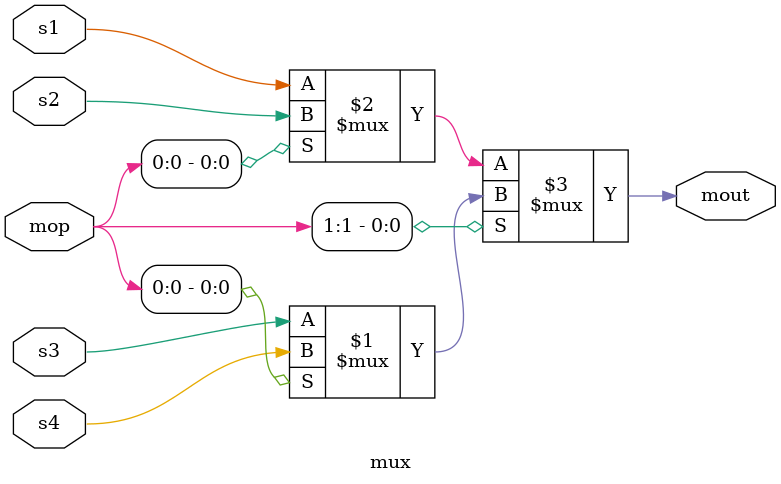
<source format=v>

module dff( output reg q,input d,input clk,input clr);
	always @ (posedge clk or posedge clr)
       if (clr)
          q <= 1'b0;
       else
          q <= d;
endmodule

module mux(mout,mop,s4,s3,s2,s1);
input s1,s2,s3,s4;
input [1:0]mop;
output mout;
assign mout = mop[1] ? (mop[0] ? s4 : s3) : (mop[0] ? s2 : s1);
endmodule

</source>
